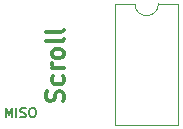
<source format=gbr>
G04 #@! TF.GenerationSoftware,KiCad,Pcbnew,(5.0.0)*
G04 #@! TF.CreationDate,2018-10-11T09:42:50+01:00*
G04 #@! TF.ProjectId,scroll,7363726F6C6C2E6B696361645F706362,rev?*
G04 #@! TF.SameCoordinates,Original*
G04 #@! TF.FileFunction,Legend,Top*
G04 #@! TF.FilePolarity,Positive*
%FSLAX46Y46*%
G04 Gerber Fmt 4.6, Leading zero omitted, Abs format (unit mm)*
G04 Created by KiCad (PCBNEW (5.0.0)) date 10/11/18 09:42:50*
%MOMM*%
%LPD*%
G01*
G04 APERTURE LIST*
%ADD10C,0.200000*%
%ADD11C,0.300000*%
%ADD12C,0.120000*%
G04 APERTURE END LIST*
D10*
X127242857Y-96861904D02*
X127242857Y-96061904D01*
X127509523Y-96633333D01*
X127776190Y-96061904D01*
X127776190Y-96861904D01*
X128157142Y-96861904D02*
X128157142Y-96061904D01*
X128500000Y-96823809D02*
X128614285Y-96861904D01*
X128804761Y-96861904D01*
X128880952Y-96823809D01*
X128919047Y-96785714D01*
X128957142Y-96709523D01*
X128957142Y-96633333D01*
X128919047Y-96557142D01*
X128880952Y-96519047D01*
X128804761Y-96480952D01*
X128652380Y-96442857D01*
X128576190Y-96404761D01*
X128538095Y-96366666D01*
X128500000Y-96290476D01*
X128500000Y-96214285D01*
X128538095Y-96138095D01*
X128576190Y-96100000D01*
X128652380Y-96061904D01*
X128842857Y-96061904D01*
X128957142Y-96100000D01*
X129452380Y-96061904D02*
X129604761Y-96061904D01*
X129680952Y-96100000D01*
X129757142Y-96176190D01*
X129795238Y-96328571D01*
X129795238Y-96595238D01*
X129757142Y-96747619D01*
X129680952Y-96823809D01*
X129604761Y-96861904D01*
X129452380Y-96861904D01*
X129376190Y-96823809D01*
X129300000Y-96747619D01*
X129261904Y-96595238D01*
X129261904Y-96328571D01*
X129300000Y-96176190D01*
X129376190Y-96100000D01*
X129452380Y-96061904D01*
D11*
X132107142Y-95500000D02*
X132178571Y-95285714D01*
X132178571Y-94928571D01*
X132107142Y-94785714D01*
X132035714Y-94714285D01*
X131892857Y-94642857D01*
X131750000Y-94642857D01*
X131607142Y-94714285D01*
X131535714Y-94785714D01*
X131464285Y-94928571D01*
X131392857Y-95214285D01*
X131321428Y-95357142D01*
X131250000Y-95428571D01*
X131107142Y-95500000D01*
X130964285Y-95500000D01*
X130821428Y-95428571D01*
X130750000Y-95357142D01*
X130678571Y-95214285D01*
X130678571Y-94857142D01*
X130750000Y-94642857D01*
X132107142Y-93357142D02*
X132178571Y-93500000D01*
X132178571Y-93785714D01*
X132107142Y-93928571D01*
X132035714Y-94000000D01*
X131892857Y-94071428D01*
X131464285Y-94071428D01*
X131321428Y-94000000D01*
X131250000Y-93928571D01*
X131178571Y-93785714D01*
X131178571Y-93500000D01*
X131250000Y-93357142D01*
X132178571Y-92714285D02*
X131178571Y-92714285D01*
X131464285Y-92714285D02*
X131321428Y-92642857D01*
X131250000Y-92571428D01*
X131178571Y-92428571D01*
X131178571Y-92285714D01*
X132178571Y-91571428D02*
X132107142Y-91714285D01*
X132035714Y-91785714D01*
X131892857Y-91857142D01*
X131464285Y-91857142D01*
X131321428Y-91785714D01*
X131250000Y-91714285D01*
X131178571Y-91571428D01*
X131178571Y-91357142D01*
X131250000Y-91214285D01*
X131321428Y-91142857D01*
X131464285Y-91071428D01*
X131892857Y-91071428D01*
X132035714Y-91142857D01*
X132107142Y-91214285D01*
X132178571Y-91357142D01*
X132178571Y-91571428D01*
X132178571Y-90214285D02*
X132107142Y-90357142D01*
X131964285Y-90428571D01*
X130678571Y-90428571D01*
X132178571Y-89428571D02*
X132107142Y-89571428D01*
X131964285Y-89642857D01*
X130678571Y-89642857D01*
D12*
G04 #@! TO.C,U1*
X141835001Y-87245001D02*
X140185001Y-87245001D01*
X141835001Y-97525001D02*
X141835001Y-87245001D01*
X136535001Y-97525001D02*
X141835001Y-97525001D01*
X136535001Y-87245001D02*
X136535001Y-97525001D01*
X138185001Y-87245001D02*
X136535001Y-87245001D01*
X140185001Y-87245001D02*
G75*
G02X138185001Y-87245001I-1000000J0D01*
G01*
G04 #@! TD*
M02*

</source>
